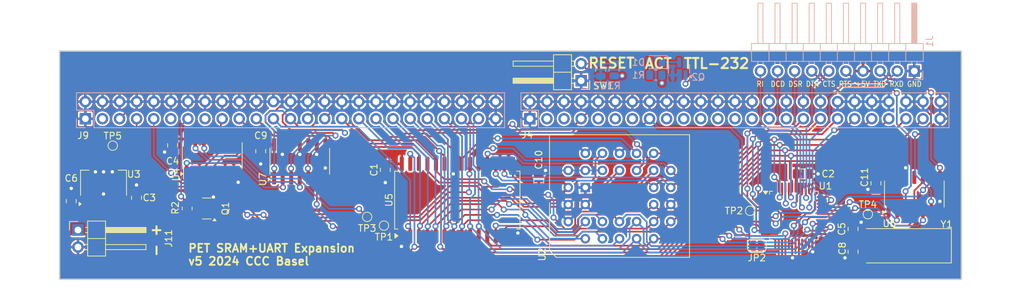
<source format=kicad_pcb>
(kicad_pcb
	(version 20240108)
	(generator "pcbnew")
	(generator_version "8.0")
	(general
		(thickness 1.6)
		(legacy_teardrops no)
	)
	(paper "A4")
	(title_block
		(title "CBM PET SRAM Expansion")
		(date "2024-09-28")
		(rev "5")
		(company "CCC Basel")
	)
	(layers
		(0 "F.Cu" signal)
		(31 "B.Cu" signal)
		(32 "B.Adhes" user "B.Adhesive")
		(33 "F.Adhes" user "F.Adhesive")
		(34 "B.Paste" user)
		(35 "F.Paste" user)
		(36 "B.SilkS" user "B.Silkscreen")
		(37 "F.SilkS" user "F.Silkscreen")
		(38 "B.Mask" user)
		(39 "F.Mask" user)
		(40 "Dwgs.User" user "User.Drawings")
		(41 "Cmts.User" user "User.Comments")
		(42 "Eco1.User" user "User.Eco1")
		(43 "Eco2.User" user "User.Eco2")
		(44 "Edge.Cuts" user)
		(45 "Margin" user)
		(46 "B.CrtYd" user "B.Courtyard")
		(47 "F.CrtYd" user "F.Courtyard")
		(48 "B.Fab" user)
		(49 "F.Fab" user)
		(50 "User.1" user)
		(51 "User.2" user)
		(52 "User.3" user)
		(53 "User.4" user)
		(54 "User.5" user)
		(55 "User.6" user)
		(56 "User.7" user)
		(57 "User.8" user)
		(58 "User.9" user)
	)
	(setup
		(stackup
			(layer "F.SilkS"
				(type "Top Silk Screen")
				(color "White")
			)
			(layer "F.Paste"
				(type "Top Solder Paste")
			)
			(layer "F.Mask"
				(type "Top Solder Mask")
				(color "Purple")
				(thickness 0.01)
			)
			(layer "F.Cu"
				(type "copper")
				(thickness 0.035)
			)
			(layer "dielectric 1"
				(type "core")
				(color "FR4 natural")
				(thickness 1.51)
				(material "FR4")
				(epsilon_r 4.5)
				(loss_tangent 0.02)
			)
			(layer "B.Cu"
				(type "copper")
				(thickness 0.035)
			)
			(layer "B.Mask"
				(type "Bottom Solder Mask")
				(color "Purple")
				(thickness 0.01)
			)
			(layer "B.Paste"
				(type "Bottom Solder Paste")
			)
			(layer "B.SilkS"
				(type "Bottom Silk Screen")
				(color "White")
			)
			(copper_finish "None")
			(dielectric_constraints no)
		)
		(pad_to_mask_clearance 0)
		(allow_soldermask_bridges_in_footprints no)
		(aux_axis_origin 80 66)
		(pcbplotparams
			(layerselection 0x00013fc_ffffffff)
			(plot_on_all_layers_selection 0x0000000_00000000)
			(disableapertmacros no)
			(usegerberextensions no)
			(usegerberattributes yes)
			(usegerberadvancedattributes yes)
			(creategerberjobfile yes)
			(dashed_line_dash_ratio 12.000000)
			(dashed_line_gap_ratio 3.000000)
			(svgprecision 4)
			(plotframeref no)
			(viasonmask no)
			(mode 1)
			(useauxorigin no)
			(hpglpennumber 1)
			(hpglpenspeed 20)
			(hpglpendiameter 15.000000)
			(pdf_front_fp_property_popups yes)
			(pdf_back_fp_property_popups yes)
			(dxfpolygonmode yes)
			(dxfimperialunits yes)
			(dxfusepcbnewfont yes)
			(psnegative no)
			(psa4output no)
			(plotreference yes)
			(plotvalue yes)
			(plotfptext yes)
			(plotinvisibletext no)
			(sketchpadsonfab no)
			(subtractmaskfromsilk yes)
			(outputformat 1)
			(mirror no)
			(drillshape 0)
			(scaleselection 1)
			(outputdirectory "plot/")
		)
	)
	(net 0 "")
	(net 1 "+5V")
	(net 2 "GND")
	(net 3 "/BD0")
	(net 4 "/BD1")
	(net 5 "/BD2")
	(net 6 "/BD3")
	(net 7 "/BD4")
	(net 8 "/BD5")
	(net 9 "/BD6")
	(net 10 "/BD7")
	(net 11 "/~{SEL2}")
	(net 12 "/~{SEL3}")
	(net 13 "/~{SEL4}")
	(net 14 "/~{SEL5}")
	(net 15 "/~{SEL6}")
	(net 16 "/~{SEL7}")
	(net 17 "/~{SEL8}")
	(net 18 "/~{SEL9}")
	(net 19 "/~{SELA}")
	(net 20 "/~{SELB}")
	(net 21 "/~{RESET}")
	(net 22 "/READY")
	(net 23 "/~{NMI}")
	(net 24 "/BA0")
	(net 25 "/BA1")
	(net 26 "/BA2")
	(net 27 "/BA3")
	(net 28 "/BA4")
	(net 29 "/BA5")
	(net 30 "/BA6")
	(net 31 "/BA7")
	(net 32 "/BA8")
	(net 33 "/BA9")
	(net 34 "/BA10")
	(net 35 "/BA11")
	(net 36 "/BA12")
	(net 37 "/BA13")
	(net 38 "/BA14")
	(net 39 "/BA15")
	(net 40 "/SYNC")
	(net 41 "/~{IRQ}")
	(net 42 "/CPHI2")
	(net 43 "/BR{slash}W")
	(net 44 "/~{BR{slash}W}")
	(net 45 "unconnected-(J4-Pin_9-Pad9)")
	(net 46 "unconnected-(J4-Pin_11-Pad11)")
	(net 47 "/~{CE}")
	(net 48 "unconnected-(J9-Pin_3-Pad3)")
	(net 49 "unconnected-(J9-Pin_11-Pad11)")
	(net 50 "+9V")
	(net 51 "Net-(U4-Pad3)")
	(net 52 "Net-(JP2-A)")
	(net 53 "/RXD")
	(net 54 "/TXD")
	(net 55 "/~{RTS}")
	(net 56 "/INTR")
	(net 57 "unconnected-(U1-~{TXRDY}-Pad23)")
	(net 58 "/~{DSR}")
	(net 59 "unconnected-(U1-DDIS-Pad22)")
	(net 60 "/~{CTS}")
	(net 61 "unconnected-(U1-~{RXRDY}-Pad29)")
	(net 62 "/~{DCD}")
	(net 63 "/~{RI}")
	(net 64 "/MRESET")
	(net 65 "/~{DTR}")
	(net 66 "/LED1")
	(net 67 "Net-(J1-Pin_3)")
	(net 68 "Net-(J1-Pin_5)")
	(net 69 "/~{OUT2}")
	(net 70 "Net-(J1-Pin_7)")
	(net 71 "Net-(D1-K)")
	(net 72 "Net-(U1-XOUT)")
	(net 73 "Net-(U1-RCLK)")
	(net 74 "/~{OUT1}")
	(net 75 "unconnected-(U7-Pad10)")
	(net 76 "unconnected-(U6-Pad11)")
	(net 77 "/~{ROMSEL}")
	(net 78 "Net-(U4-Pad13)")
	(net 79 "Net-(U4-Pad1)")
	(net 80 "unconnected-(U7-Pad12)")
	(net 81 "unconnected-(U7-Pad8)")
	(footprint "TestPoint:TestPoint_Pad_D1.0mm" (layer "F.Cu") (at 182.6 89.8))
	(footprint "Capacitor_SMD:C_0805_2012Metric" (layer "F.Cu") (at 201.3 85.7 -90))
	(footprint "Package_SO:SO-14_3.9x8.65mm_P1.27mm" (layer "F.Cu") (at 102.7 81.6 90))
	(footprint "Capacitor_SMD:C_0805_2012Metric" (layer "F.Cu") (at 151.2 85.4 -90))
	(footprint "Package_SO:SO-14_3.9x8.65mm_P1.27mm" (layer "F.Cu") (at 115.69 82.425 90))
	(footprint "Jumper:SolderJumper-2_P1.3mm_Bridged_RoundedPad1.0x1.5mm" (layer "F.Cu") (at 183.6 95 180))
	(footprint "Resistor_SMD:R_0805_2012Metric" (layer "F.Cu") (at 98.9625 89.45 90))
	(footprint "Crystal:Crystal_SMD_HC49-SD" (layer "F.Cu") (at 205.8 95 180))
	(footprint "Capacitor_SMD:C_0805_2012Metric" (layer "F.Cu") (at 197.9 92.5 90))
	(footprint "Capacitor_SMD:C_0805_2012Metric" (layer "F.Cu") (at 128.4 83.7 90))
	(footprint "Capacitor_SMD:C_0805_2012Metric" (layer "F.Cu") (at 96.8 80.05 -90))
	(footprint "TestPoint:TestPoint_Pad_D1.0mm" (layer "F.Cu") (at 128.2 92))
	(footprint "onitake:SOP-28_8.4x18.4mm_P1.27mm" (layer "F.Cu") (at 139.1 88.2 90))
	(footprint "Capacitor_SMD:C_0805_2012Metric" (layer "F.Cu") (at 91.436 87.856 -90))
	(footprint "Connector_PinHeader_2.54mm:PinHeader_1x02_P2.54mm_Horizontal" (layer "F.Cu") (at 82.736 92.656))
	(footprint "Connector_PinHeader_2.54mm:PinHeader_1x02_P2.54mm_Horizontal" (layer "F.Cu") (at 157.5 70.44 180))
	(footprint "Package_SO:SO-14_3.9x8.65mm_P1.27mm" (layer "F.Cu") (at 207 87.3 90))
	(footprint "Package_QFP:LQFP-48_7x7mm_P0.5mm" (layer "F.Cu") (at 189.1 90.5))
	(footprint "Capacitor_SMD:C_0805_2012Metric" (layer "F.Cu") (at 81.736 88.356 -90))
	(footprint "Capacitor_SMD:C_0805_2012Metric" (layer "F.Cu") (at 109.89 80.925 -90))
	(footprint "Package_TO_SOT_SMD:SOT-23" (layer "F.Cu") (at 101.8625 89.45 180))
	(footprint "TestPoint:TestPoint_Pad_D1.0mm" (layer "F.Cu") (at 87.9 80.1))
	(footprint "Capacitor_SMD:C_0805_2012Metric" (layer "F.Cu") (at 197.9 95.9 -90))
	(footprint "Package_TO_SOT_SMD:SOT-223-3_TabPin2" (layer "F.Cu") (at 86.536 85.656 90))
	(footprint "Package_LCC:PLCC-32_THT-Socket" (layer "F.Cu") (at 158.12 86.33 90))
	(footprint "TestPoint:TestPoint_Pad_D1.0mm" (layer "F.Cu") (at 125.7 90.7))
	(footprint "Capacitor_SMD:C_0805_2012Metric" (layer "F.Cu") (at 190.4 84.3 180))
	(footprint "TestPoint:TestPoint_Pad_D1.0mm" (layer "F.Cu") (at 200.1 90.3))
	(footprint "Resistor_SMD:R_0805_2012Metric" (layer "B.Cu") (at 162.4 68.8 -90))
	(footprint "Capacitor_SMD:C_0805_2012Metric" (layer "B.Cu") (at 160.4 68.8 -90))
	(footprint "Connector_PinSocket_2.54mm:PinSocket_2x25_P2.54mm_Vertical"
		(layer "B.Cu")
		(uuid "4fd3234a-cf1a-48aa-85b2-bddcc53af9bc")
		(at 83.836 76.096 -90)
		(descr "Through hole straight socket strip, 2x25, 2.54mm pitch, double cols (from Kicad 4.0.7), script generated")
		(tags "Through hole socket strip THT 2x25 2.54mm double row")
		(property "Reference" "J9"
			(at 2.504 0.336 180)
			(layer "F.SilkS")
			(uuid "57ccf8c8-d796-490f-bebb-5ed45307b36e")
			(effects
				(font
					(size 1 1)
					(thickness 0.15)
				)
			)
		)
		(property "Value" "J9"
			(at -1.27 -63.73 90)
			(layer "B.Fab")
			(uuid "86f76076-8f5f-47ac-a57f-7479dfc912a8")
			(effects
				(font
					(size 1 1)
					(thickness 0.15)
				)
				(justify mirror)
			)
		)
		(property "Footprint" "Connector_PinSocket_2.54mm:PinSocket_2x25_P2.54mm_Vertical"
			(at 0 0 -90)
			(layer "B.Fab")
			(hide yes)
			(uuid "0f3f4239-078a-4ee6-83a1-681869b25e63")
			(effects
				(font
					(size 1.27 1.27)
					(thickness 0.15)
				)
			)
		)
		(property "Datasheet" ""
			(at 0 0 -90)
			(layer "B.Fab")
			(hide yes)
			(uuid "e0d95903-28dd-4cbf-a435-3437839c58ce")
			(effects
				(font
					(size 1.27 1.27)
					(thickness 0.15)
				)
			)
		)
		(property "Description" "Generic connector, double row, 02x25, odd/even pin numbering scheme (row 1 odd numbers, row 2 even numbers), script generated (kicad-library-utils/schlib/autogen/connector/)"
			(at 0 0 -90)
			(layer "B.Fab")
			(hide yes)
			(uuid "d9f8876b-8bd9-455c-ba80-08047fef0c03")
			(effects
				(font
					(size 1.27 1.27)
					(thickness 0.15)
				)
			)
		)
		(property ki_fp_filters "Connector*:*_2x??_*")
		(path "/545aab30-d865-4ac9-a3bb-265a846925d7")
		(sheetname "Root")
		(sheetfile "petmem.kicad_sch")
		(attr through_hole)
		(fp_line
			(start -1.27 1.33)
			(end -3.87 1.33)
			(stroke
				(width 0.12)
				(type solid)
			)
			(layer "B.SilkS")
			(uuid "c0c9bdbb-cf4a-49c1-96b8-7d0327ee1530")
		)
		(fp_line
			(start 1.33 1.33)
			(end 0 1.33)
			(stroke
				(width 0.12)
				(type solid)
			)
			(layer "B.SilkS")
			(uuid "c2dc3f75-7127-4d65-9724-dc1a6ed45d45")
		)
		(fp_line
			(start 1.33 0)
			(end 1.33 1.33)
			(stroke
				(width 0.12)
				(type solid)
			)
			(layer "B.SilkS")
			(uuid "230486c2-9d38-4300-acd7-9581596f817f")
		)
		(fp_line
			(start -1.27 -1.27)
			(end -1.27 1.33)
			(stroke
				(width 0.12)
				(type solid)
			)
			(layer "B.SilkS")
			(uuid "e2eac77f-3e12-4b95-bbfd-573837f0c32d")
		)
		(fp_line
			(start 1.33 -1.27)
			(end -1.27 -1.27)
			(stroke
				(width 0.12)
				(type solid)
			)
			(layer "B.SilkS")
			(uuid "4f952dd7-e025-434f-a1a2-20a54c780f88")
		)
		(fp_line
			(start -3.87 -62.29)
			(end -3.87 1.33)
			(stroke
				(width 0.12)
				(type solid)
			)
			(layer "B.SilkS")
			(uuid "ef2e30db-8233-4281-ac7f-df998a7fd3a1")
		)
		(fp_line
			(start 1.33 -62.29)
			(end 1.33 -1.27)
			(stroke
				(width 0.12)
				(type solid)
			)
			(layer "B.SilkS")
			(uuid "190366ec-65e9-40c6-af05-3599d83b306f")
		)
		(fp_line
			(start 1.33 -62.29)
			(end -3.87 -62.29)
			(stroke
				(width 0.12)
				(type solid)
			)
			(layer "B.SilkS")
			(uuid "be3e2fc4-28e2-4adf-8ea3-83ef1abc5d07")
		)
		(fp_line
			(start -4.34 1.8)
			(end -4.34 -62.7)
			(stroke
				(width 0.05)
				(type solid)
			)
			(layer "B.CrtYd")
			(uuid "2be692d1-e645-4af1-933e-e9368f580f2e")
		)
		(fp_line
			(start 1.76 1.8)
			(end -4.34 1.8)
			(stroke
				(width 0.05)
				(type solid)
			)
			(layer "B.CrtYd")
			(uuid "cfa0eb3e-d338-414d-8124-cc49a6332030")
		)
		(fp_line
			(start -4.34 -62.7)
			(end 1.76 -62.7)
			(stroke
				(width 0.05)
				(type solid)
			)
			(layer "B.CrtYd")
			(uuid "c42496c0-210a-4cdc-b7fd-228915f0df7f")
		)
		(fp_line
			(start 1.76 -62.7)
			(end 1.76 1.8)
			(stroke
				(width 0.05)
				(type solid)
			)
			(layer "B.CrtYd")
			(uuid "d1bb43c8-8a0c-4d0b-958a-0b8f17696251")
		)
		(fp_line
			(start -3.81 1.27)
			(end -3.81 -62.23)
			(stroke
				(width 0.1)
				(type solid)
			)
			(layer "B.Fab")
			(uuid "377d9c24-3c8a-4097-b589-b2cad89ffd0c")
		)
		(fp_line
			(start 0.27 1.27)
			(end -3.81 1.27)
			(stroke
				(width 0.1)
				(type solid)
			)
			(layer "B.Fab")
			(uuid "16dee4a5-7612-4e00-92cf-e3abdd6568f8")
		)
		(fp_line
			(start 1.27 0.27)
			(end 0.27 1.27)
			(stroke
				(width 0.1)
				(type solid)
			)
			(layer "B.Fab")
			(uuid "233849fd-2b3e-4924-a65a-42f451e1e73d")
		)
		(fp_line
			(start -3.81 -62.23)
			(end 1.27 -62.23)
			(stroke
				(width 0.1)
				(type solid)
			)
			(layer "B.Fab")
			(uuid "c9a01a89-a7fe-4e2e-9219-835789ef5bd2")
		)
		(fp_line
			(start 1.27 -62.23)
			(end 1.27 0.27)
			(stroke
				(width 0.1)
				(type solid)
			)
			(layer "B.Fab")
			(uuid "b2de2613-d1b3-40aa-96ec-c91eb426894e")
		)
		(fp_text user "${REFERENCE}"
			(at -1.27 -30.48 0)
			(layer "B.Fab")
			(uuid "0ba55c95-4965-4bfe-b35a-7ffb3e777817")
			(effects
				(font
					(size 1 1)
					(thickness 0.15)
				)
				(justify mirror)
			)
		)
		(pad "1" thru_hole rect
			(at 0 0 270)
			(size 1.7 1.7)
			(drill 1)
			(layers "*.Cu" "*.Mask")
			(remove_unused_layers no)
			(net 2 "GND")
			(pinfunction "Pin_1")
			(pintype "passive")
			(uuid "538addc3-118b-48c1-aabf-c076dfc9edd3")
		)
		(pad "2" thru_hole oval
			(at -2.54 0 270)
			(size 1.7 1.7)
			(drill 1)
			(layers "*.Cu" "*.Mask")
			(remove_unused_layers no)
			(net 2 "GND")
			(pinfunction "Pin_2")
			(pintype "passive")
			(uuid "f5897457-7d05-47cf-b849-5b333941cb19")
		)
		(pad "3" thru_hole oval
			(at 0 -2.54 270)
			(size 1.7 1.7)
			(drill 1)
			(layers "*.Cu" "*.Mask")
			(remove_unused_layers no)
			(net 48 "unconnected-(J9-Pin_3-Pad3)")
			(pinfunction "Pin_3")
			(pintype "passive+no_connect")
			(uuid "050449e6-82f7-47d3-a2ce-3e70f37b914d")
		)
		(pad "4" thru_hole oval
			(at -2.54 -2.54 270)
			(size 1.7 1.7)
			(drill 1)
			(layers "*.Cu" "*.Mask")
			(remove_unused_layers no)
			(net 2 "GND")
			(pinfunction "Pin_4")
			(pintype "passive")
			(uuid "9e82216a-572f-4878-8e86-48514502cd44")
		)
		(pad "5" thru_hole oval
			(at 0 -5.08 270)
			(size 1.7 1.7)
			(drill 1)
			(layers "*.Cu" "*.Mask")
			(remove_unused_layers no)
			(net 44 "/~{BR{slash}W}")
			(pinfunction "Pin_5")
			(pintype "passive")
			(uuid "b1d6c3ca-fb5b-4291-92ad-e7a9390c9c9b")
		)
		(pad "6" thru_hole oval
			(at -2.54 -5.08 270)
			(size 1.7 1.7)
			(drill 1)
			(layers "*.Cu" "*.Mask")
			(remove_unused_layers no)
			(net 2 "GND")
			(pinfunction "Pin_6")
			(pintype "passive")
			(uuid "dfd9d72d-517e-4120-a714-6f2e1b93738b")
		)
		(pad "7" thru_hole oval
			(at 0 -7.62 270)
			(size 1.7 1.7)
			(drill 1)
			(layers "*.Cu" "*.Mask")
			(remove_unused_layers no)
			(net 43 "/BR{slash}W")
			(pinfunction "Pin_7")
			(pintype "passive")
			(uuid "754824b5-5152-4372-8e7c-a44a604a7182")
		)
		(pad "8" thru_hole oval
			(at -2.54 -7.62 270)
			(size 1.7 1.7)
			(drill 1)
			(layers "*.Cu" "*.Mask")
			(remove_unused_layers no)
			(net 2 "GND")
			(pinfunction "Pin_8")
			(pintype "passive")
			(uuid "b1d3924c-d436-46d6-a663-289a7340058d")
		)
		(pad "9" thru_hole oval
			(at 0 -10.16 270)
			(size 1.7 1.7)
			(drill 1)
			(layers "*.Cu" "*.Mask")
			(remove_unused_layers no)
			(net 42 "/CPHI2")
			(pinfunction "Pin_9")
			(pintype "passive")
			(uuid "57a7b9c9-1f77-47f8-b0cb-fcad02507581")
		)
		(pad "10" thru_hole oval
			(at -2.54 -10.16 270)
			(size 1.7 1.7)
			(drill 1)
			(layers "*.Cu" "*.Mask")
			(remove_unused_layers no)
			(net 2 "GND")
			(pinfunction "Pin_10")
			(pintype "passive")
			(uuid "4a47c588-3cf3-4552-ae82-ac79e57f333e")
		)
		(pad "11" thru_hole oval
			(at 0 -12.7 270)
			(size 1.7 1.7)
			(drill 1)
			(layers "*.Cu" "*.Mask")
			(remove_unused_layers no)
			(net 49 "unconnected-(J9-Pin_11-Pad11)")
			(pinfunction "Pin_11")
			(pintype "passive+no_connect")
			(uuid "6df669d4-06a7-4839-a93c-ffe6d068bfcc")
		)
		(pad "12" thru_hole oval
			(at -2.54 -12.7 270)
			(size 1.7 1.7)
			(drill 1)
			(layers "*.Cu" "*.Mask")
			(remove_unused_layers no)
			(net 2 "GND")
			(pinfunction "Pin_12")
			(pintype "passive")
			(uuid "21e08f37-600f-483f-963a-e0971ced7bbd")
		)
		(pad "13" thru_hole oval
			(at 0 -15.24 270)
			(size 1.7 1.7)
			(drill 1)
			(layers "*.Cu" "*.Mask")
			(remove_unused_layers no)
			(net 41 "/~{IRQ}")
			(pinfunction "Pin_13")
			(pintype "passive")
			(uuid "4b12b19b-0899-49e4-bc5a-95b757981b1c")
		)
		(pad "14" thru_hole oval
			(at -2.54 -15.24 270)
			(size 1.7 1.7)
			(drill 1)
			(layers "*.Cu" "*.Mask")
			(remove_unused_layers no)
			(net 2 "GND")
			(pinfunction "Pin_14")
			(pintype "passive")
			(uuid "3b55ad5d-8953-4475-aafd-b459f6def7f5")
		)
		(pad "15" thru_hole oval
			(at 0 -17.78 270)
			(size 1.7 1.7)
			(drill 1)
			(layers "*.Cu" "*.Mask")
			(remove_unused_layers no)
			(net 40 "/SYNC")
			(pinfunction "Pin_15")
			(pintype "passive")
			(uuid "d7ae9fee-a61e-40bf-8bcd-53ce1459c4e1")
		)
		(pad "16" thru_hole oval
			(at -2.54 -17.78 270)
			(size 1.7 1.7)
			(drill 1)
			(layers "*.Cu" "*.Mask")
			(remove_unused_layers no)
			(net 2 "GND")
			(pinfunction "Pin_16")
			(pintype "passive")
			(uuid "55cbae03-59f3-4553-866a-ddbeb11d7e23")
		)
		(pad "17" thru_hole oval
			(at 0 -20.32 270)
			(size 1.7 1.7)
			(drill 1)
			(layers "*.Cu" "*.Mask")
			(remove_unused_layers no)
			(net 39 "/BA15")
			(pinfunction "Pin_17")
			(pintype "passive")
			(uuid "13949383-50a9-44c1-8067-2a5bfa1dd475")
		)
		(pad "18" thru_hole oval
			(at -2.54 -20.32 270)
			(size 1.7 1.7)
			(drill 1)
			(layers "*.Cu" "*.Mask")
			(remove_unused_layers no)
			(net 2 "GND")
			(pinfunction "Pin_18")
			(pintype "passive")
			(uuid "4354a2b6-414d-443a-a902-6283d1d1315d")
		)
		(pad "19" thru_hole oval
			(at 0 -22.86 270)
			(size 1.7 1.7)
			(drill 1)
			(layers "*.Cu" "*.Mask")
			(remove_unused_layers no)
			(net 38 "/BA14")
			(pinfunction "Pin_19")
			(pintype "passive")
			(uuid "5b974208-67c6-4692-8be7-eae983d96706")
		)
		(pad "20" thru_hole oval
			(at -2.54 -22.86 270)
			(size 1.7 1.7)
			(drill 1)
			(layers "*.Cu" "*.Mask")
			(remove_unused_layers no)
			(net 2 "GND")
			(pinfunction "Pin_20")
			(pintype "passive")
			(uuid "0d1b8de1-d3e2-4ccb-8942-ebe630e0ef9c")
		)
		(pad "21" thru_hole oval
			(at 0 -25.4 270)
			(size 1.7 1.7)
			(drill 1)
			(layers "*.Cu" "*.Mask")
			(remove_unused_layers no)
			(net 37 "/BA13")
			(pinfunction "Pin_21")
			(pintype "passive")
			(uuid "fade6149-7717-4a69-8efc-196e9e7484de")
		)
		(pad "22" thru_hole oval
			(at -2.54 -25.4 270)
			(size 1.7 1.7)
			(drill 1)
			(layers "*.Cu" "*.Mask")
			(remove_unused_layers no)
			(net 2 "GND")
			(pinfunction "Pin_22")
			(pintype "passive")
			(uuid "259e3fce-144b-4d2e-86d9-b8a3bce78669")
		)
		(pad "23" thru_hole oval
			(at 0 -27.94 270)
			(size 1.7 1.7)
			(drill 1)
			(layers "*.Cu" "*.Mask")
			(remove_unused_layers no)
			(net 36 "/BA12")
			(pinfunction "Pin_23")
			(pintype "passive")
			(uuid "7ec07294-5dc7-4001-b5e1-00d25003c190")
		)
		(pad "24" thru_hole oval
			(at -2.54 -27.94 270)
			(size 1.7 1.7)
			(drill 1)
			(layers "*.Cu" "*.Mask")
			(remove_unused_layers no)
			(net 2 "GND")
			(pinfunction "Pin_24")
			(pintype "passive")
			(uuid "c37d1e16-f454-4ccf-a05f-caafc0eab1d2")
		)
		(pad "25" thru_hole oval
			(at 0 -30.48 270)
			(size 1.7 1.7)
			(drill 1)
			(layers "*.Cu" "*.Mask")
			(remove_unused_layers no)
			(net 35 "/BA11")
			(pinfunction "Pin_25")
			(pintype "passive")
			(uuid "4dc6185c-7ed7-4bbb-8b9a-9a5254e585f3")
		)
		(pad "26" thru_hole oval
			(at -2.54 -30.48 270)
			(size 1.7 1.7)
			(drill 1)
			(layers "*.Cu" "*.Mask")
			(remove_unused_layers no)
			(net 2 "GND")
			(pinfunction "Pin_26")
			(pintype "passive")
			(uuid "a0dd79f2-50e2-4617-98b1-35ec3a728bb9")
		)
		(pad "27" thru_hole oval
			(at 0 -33.02 270)
			(size 1.7 1.7)
			(drill 1)
			(layers "*.Cu" "*.Mask")
			(remove_unused_layers no)
			(net 34 "/BA10")
			(pinfunction "Pin_27")
			(pintype "passive")
			(uuid "30a06962-3b3d-4099-aac4-a080ef6748be")
		)
		(pad "28" thru_hole oval
			(at -2.54 -33.02 270)
			(size 1.7 1.7)
			(drill 1)
			(layers "*.Cu" "*.Mask")
			(remove_unused_layers no)
			(net 2 "GND")
			(pinfunction "Pin_28")
			(pintype "passive")
			(uuid "0677b7bf-046b-405c-9af3-247be0d9be68")
		)
		(pad "29" thru_hole oval
			(at 0 -35.56 270)
			(size 1.7 1.7)
			(drill 1)
			(layers "*.Cu" "*.Mask")
			(remove_unused_layers no)
			(net 33 "/BA9")
			(pinfunction "Pin_29")
			(pintype "passive")
			(uuid "a613a2f3-bea2-46c6-bdba-29e8c7391dc3")
		)
		(pad "30" thru_hole oval
			(at -2.54 -35.56 270)
			(size 1.7 1.7)
			(drill 1)
			(layers "*.Cu" "*.Mask")
			(remove_unused_layers no)
			(net 2 "GND")
			(pinfunction "Pin_30")
			(pintype "passive")
			(uuid "484e6e2d-ace7-47c7-9dd8-130d5a35e6bc")
		)
		(pad "31" thru_hole oval
			(at 0 -38.1 270)
			(size 1.7 1.7)
			(drill 1)
			(layers "*.Cu" "*.Mask")
			(remove_unused_layers no)
			(net 32 "/BA8")
			(pinfunction "Pin_31")
			(pintype "passive")
			(uuid "00dee24a-4d52-4930-81b7-14d31853ef7d")
		)
		(pad "32" thru_hole oval
			(at -2.54 -38.1 270)
			(size 1.7 1.7)
			(drill 1)
			(layers "*.Cu" "*.Mask")
			(remove_unused_layers no)
			(net 2 "GND")
			(pinfunction "Pin_32")
			(pintype "passive")
			(uuid "aecb1d1c-2a5e-4c58-9b1f-02f19e220880")
		)
		(pad "33" thru_hole oval
			(at 0 -40.64 270)
			(size 1.7 1.7)
			(drill 1)
			(layers "*.Cu" "*.Mask")
			(remove_unused_layers no)
			(net 31 "/BA7")
			(pinfunction "Pin_33")
			(pintype "passive")
			(uuid "76d1af38-442e-4211-939c-586dda9d404e")
		)
		(pad "34" thru_hole oval
			(at -2.54 -40.64 270)
			(size 1.7 1.7)
			(drill 1)
			(layers "*.Cu" "*.Mask")
			(remove_unused_layers no)
			(net 2 "GND")
			(pinfunction "Pin_34")
			(pintype "passive")
			(uuid "36452419-fdb8-4fc4-9002-ce9e8a9921c5")
		)
		(pad "35" thru_hole oval
			(at 0 -43.18 270)
			(size 1.7 1.7)
			(drill 1)
			(layers "*.Cu" "*.Mask")
			(remove_unused_layers no)
			(net 30 "/BA6")
			(pinfunction "Pin_35")
			(pintype "passive")
			(uuid "f94d150b-f5d7-4d6f-bc91-ef20624adf7c")
		)
		(pad "36" thru_hole oval
			(at -2.54 -43.18 270)
			(size 1.7 1.7)
			(drill 1)
			(layers "*.Cu" "*.Mask")
			(remove_unused_layers no)
			(net 2 "GND")
			(pinfunction "Pin_36")
			(pintype "passive")
			(uuid "46edf4d4-974d-428b-9aaa-fb0874d06432")
		)
		(pad "37" thru_hole oval
			(at 0 -45.72 270)
			(size 1.7 1.7)
			(drill 1)
			(layers "*.Cu" "*.Mask")
			(remove_unused_layers no)
			(net 29 "/BA5")
			(pinfunction "Pin_37")
			(pintype "passive")
			(uuid "a5c0cfd8-94b1-4b1a-96ed-018746f58b42")
		)
		(pad "38" thru_hole oval
			(at -2.54 -45.72 270)
			(size 1.7 1.7)
			(drill 1)
			(layers "*.Cu" "*.Mask")
			(remove_unused_layers no)
			(net 2 "GND")
			(pinfunction "Pin_38")
			(pintype "passive")
			(uuid "f451e3b6-1cdc-452f-a894-72254cdc5315")
		)
		(pad "39" thru_hole oval
			(at 0 -48.26 270)
			(size 1.7 1.7)
			(drill 1)
			(layers "*.Cu" "*.Mask")
			(remove_unused_layers no)
			(net 28 "/BA4")
			(pinfunction "Pin_39")
			(pintype "passive")
			(uuid "ba251cf7-4564-4ff3-9f0f-12ec26bf4b30")
		)
		(pad "40" thru_hole oval
			(at -2.54 -48.26 270)
			(size 1.7 1.7)
			(drill 1)
			(layers "*.Cu" "*.Mask")
			(remove_unused_layers no)
			(net 2 "GND")
			(pinfunction "Pin_40")
			(pintype "passive")
			(uuid "4643c13a-6052-461a-b61a-dafa0a4b1ae6")
		)
		(pad "41" thru_hole oval
			(at 0 -50.8 270)
			(size 1.7 1.7)
			(drill 1)
			(layers "*.Cu" "*.Mask")
			(remove_unused_layers no)
			(net 27 "/BA3")
			(pinfunction "Pin_41")
			(pintype "passive")
			(uuid "321bd2a8-deb2-4b66-9017-38e47d8a3be1")
		)
		(pad "42" thru_hole oval
			(at -2.54 -50.8 270)
			(size 1.7 1.7)
			(drill 1)
			(layers "*.Cu" "*.Mask")
			(remove_unused_layers no)
			(net 2 "GND")
			(pinfunction "Pin_42")
			(pintype "passive")
			(uuid "77719b59-9c23-4f18-8bcd-5086b27dba79")
		)
		(pad "43" thru_hole oval
			(at 0 -53.34 270)
			(size 1.7 1.7)
			(drill 1)
			(layers "*.Cu" "*.Mask")
			(remove_unused_layers no)
			(net 26 "/BA2")
			(pinfunction "Pin_43")
			(pintype "passive")
			(uuid "017e2f48-aaf5-4c28-b680-903fb24bc9d1")
		)
		(pad "44" thru_hole oval
			(at -2.54 -53.34 270)
			(size 1.7 1.7)
			(drill 1)
		
... [789390 chars truncated]
</source>
